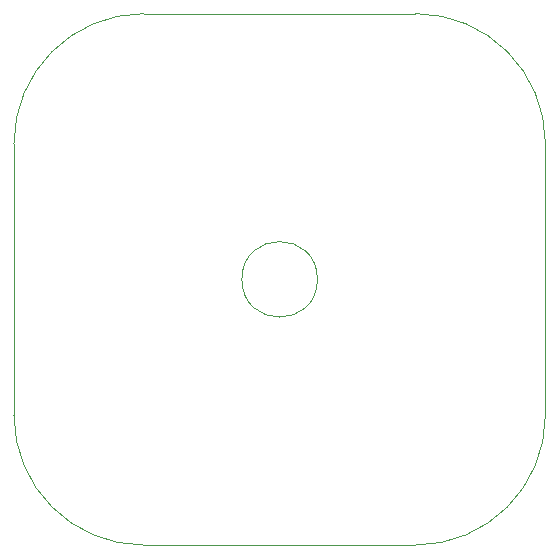
<source format=gbr>
G04 #@! TF.FileFunction,Profile,NP*
%FSLAX46Y46*%
G04 Gerber Fmt 4.6, Leading zero omitted, Abs format (unit mm)*
G04 Created by KiCad (PCBNEW 4.0.6) date 10/14/18 11:43:10*
%MOMM*%
%LPD*%
G01*
G04 APERTURE LIST*
%ADD10C,0.100000*%
G04 APERTURE END LIST*
D10*
X88000000Y-54000000D02*
G75*
G03X77000000Y-43000000I-11000000J0D01*
G01*
X77000000Y-88000000D02*
G75*
G03X88000000Y-77000000I0J11000000D01*
G01*
X43000000Y-77000000D02*
G75*
G03X54000000Y-88000000I11000000J0D01*
G01*
X54000000Y-43000000D02*
G75*
G03X43000000Y-54000000I0J-11000000D01*
G01*
X43000000Y-54000000D02*
X43000000Y-77000000D01*
X88000000Y-54000000D02*
X88000000Y-77000000D01*
X54000000Y-88000000D02*
X77000000Y-88000000D01*
X54000000Y-43000000D02*
X77000000Y-43000000D01*
X68700000Y-65500000D02*
G75*
G03X68700000Y-65500000I-3200000J0D01*
G01*
M02*

</source>
